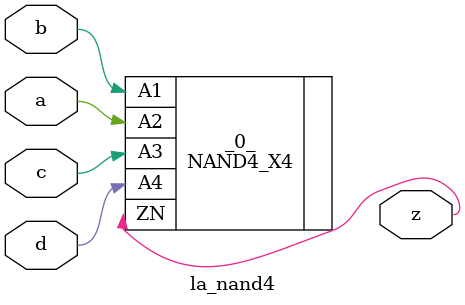
<source format=v>

/* Generated by Yosys 0.44 (git sha1 80ba43d26, g++ 11.4.0-1ubuntu1~22.04 -fPIC -O3) */

(* top =  1  *)
(* src = "generated" *)
(* keep_hierarchy *)
module la_nand4 (
    a,
    b,
    c,
    d,
    z
);
  (* src = "generated" *)
  input a;
  wire a;
  (* src = "generated" *)
  input b;
  wire b;
  (* src = "generated" *)
  input c;
  wire c;
  (* src = "generated" *)
  input d;
  wire d;
  (* src = "generated" *)
  output z;
  wire z;
  NAND4_X4 _0_ (
      .A1(b),
      .A2(a),
      .A3(c),
      .A4(d),
      .ZN(z)
  );
endmodule

</source>
